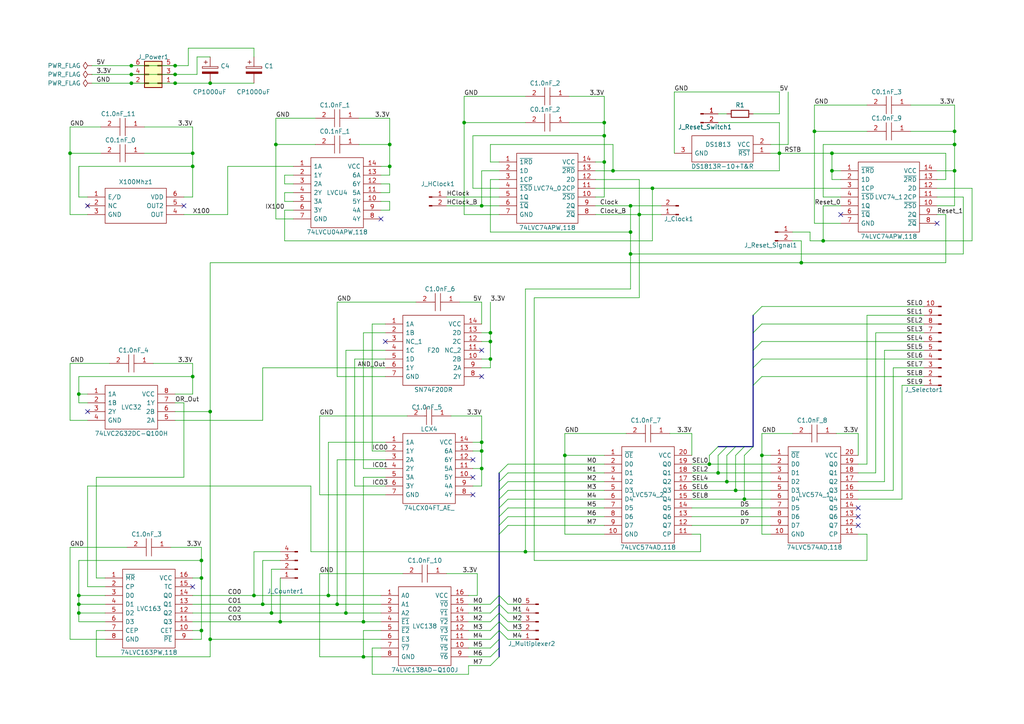
<source format=kicad_sch>
(kicad_sch (version 20211123) (generator eeschema)
  (paper "A4")
  (junction (at 58.42 167.64))
  (junction (at 58.42 162.56))
  (junction (at 95.25 172.72))
  (junction (at 276.86 38.1))
  (junction (at 60.96 185.42))
  (junction (at 208.28 137.16))
  (junction (at 139.7 135.89))
  (junction (at 139.7 59.69))
  (junction (at 163.83 132.08))
  (junction (at 38.1 21.59))
  (junction (at 177.8 49.53))
  (junction (at 152.4 160.02))
  (junction (at 142.24 104.14))
  (junction (at 76.2 175.26))
  (junction (at 276.86 49.53))
  (junction (at 113.03 48.26))
  (junction (at 276.86 41.91))
  (junction (at 73.66 172.72))
  (junction (at 139.7 128.27))
  (junction (at 142.24 99.06))
  (junction (at 38.1 24.13))
  (junction (at 226.06 44.45))
  (junction (at 60.96 24.13))
  (junction (at 210.82 139.7))
  (junction (at 185.42 62.23))
  (junction (at 215.9 144.78))
  (junction (at 175.26 39.37))
  (junction (at 175.26 35.56))
  (junction (at 55.88 109.22))
  (junction (at 238.76 69.85))
  (junction (at 100.33 177.8))
  (junction (at 241.3 44.45))
  (junction (at 220.98 132.08))
  (junction (at 205.74 134.62))
  (junction (at 182.88 67.31))
  (junction (at 113.03 41.91))
  (junction (at 20.32 44.45))
  (junction (at 50.8 19.05))
  (junction (at 236.22 38.1))
  (junction (at 80.01 41.91))
  (junction (at 175.26 46.99))
  (junction (at 232.41 76.2))
  (junction (at 182.88 73.66))
  (junction (at 134.62 35.56))
  (junction (at 60.96 119.38))
  (junction (at 81.28 180.34))
  (junction (at 241.3 49.53))
  (junction (at 22.86 175.26))
  (junction (at 58.42 182.88))
  (junction (at 55.88 48.26))
  (junction (at 189.23 54.61))
  (junction (at 213.36 142.24))
  (junction (at 142.24 96.52))
  (junction (at 97.79 175.26))
  (junction (at 78.74 177.8))
  (junction (at 50.8 21.59))
  (junction (at 139.7 130.81))
  (junction (at 50.8 24.13))
  (junction (at 22.86 177.8))
  (junction (at 22.86 172.72))
  (junction (at 38.1 19.05))
  (junction (at 55.88 44.45))
  (junction (at 22.86 114.3))
  (junction (at 182.88 59.69))
  (junction (at 105.41 190.5))
  (junction (at 105.41 180.34))
  (no_connect (at 137.16 143.51))
  (no_connect (at 137.16 138.43))
  (no_connect (at 139.7 109.22))
  (no_connect (at 139.7 101.6))
  (no_connect (at 55.88 170.18))
  (no_connect (at 110.49 63.5))
  (no_connect (at 25.4 59.69))
  (no_connect (at 25.4 119.38))
  (no_connect (at 248.92 147.32))
  (no_connect (at 243.84 62.23))
  (no_connect (at 271.78 64.77))
  (no_connect (at 248.92 152.4))
  (no_connect (at 137.16 133.35))
  (no_connect (at 111.76 99.06))
  (no_connect (at 248.92 149.86))
  (no_connect (at 53.34 59.69))
  (bus_entry (at 142.24 185.42) (size 2.54 -2.54))
  (bus_entry (at 147.32 149.86) (size -2.54 2.54))
  (bus_entry (at 142.24 190.5) (size 2.54 -2.54))
  (bus_entry (at 144.78 182.88) (size 2.54 2.54))
  (bus_entry (at 205.74 132.08) (size 2.54 -2.54))
  (bus_entry (at 142.24 180.34) (size 2.54 -2.54))
  (bus_entry (at 147.32 144.78) (size -2.54 2.54))
  (bus_entry (at 147.32 137.16) (size -2.54 2.54))
  (bus_entry (at 142.24 175.26) (size 2.54 -2.54))
  (bus_entry (at 213.36 132.08) (size 2.54 -2.54))
  (bus_entry (at 215.9 132.08) (size 2.54 -2.54))
  (bus_entry (at 144.78 177.8) (size 2.54 2.54))
  (bus_entry (at 147.32 152.4) (size -2.54 2.54))
  (bus_entry (at 218.44 111.76) (size 2.54 -2.54))
  (bus_entry (at 144.78 180.34) (size 2.54 2.54))
  (bus_entry (at 142.24 193.04) (size 2.54 -2.54))
  (bus_entry (at 218.44 106.68) (size 2.54 -2.54))
  (bus_entry (at 142.24 187.96) (size 2.54 -2.54))
  (bus_entry (at 147.32 142.24) (size -2.54 2.54))
  (bus_entry (at 218.44 101.6) (size 2.54 -2.54))
  (bus_entry (at 218.44 96.52) (size 2.54 -2.54))
  (bus_entry (at 142.24 182.88) (size 2.54 -2.54))
  (bus_entry (at 144.78 175.26) (size 2.54 2.54))
  (bus_entry (at 147.32 139.7) (size -2.54 2.54))
  (bus_entry (at 147.32 134.62) (size -2.54 2.54))
  (bus_entry (at 218.44 91.44) (size 2.54 -2.54))
  (bus_entry (at 142.24 177.8) (size 2.54 -2.54))
  (bus_entry (at 210.82 132.08) (size 2.54 -2.54))
  (bus_entry (at 144.78 172.72) (size 2.54 2.54))
  (bus_entry (at 208.28 132.08) (size 2.54 -2.54))
  (bus_entry (at 147.32 147.32) (size -2.54 2.54))
  (wire (pts (xy 243.84 52.07) (xy 241.3 52.07)))
  (wire (pts (xy 243.84 59.69) (xy 238.76 59.69)))
  (wire (pts (xy 243.84 49.53) (xy 241.3 49.53)))
  (wire (pts (xy 27.94 138.43) (xy 27.94 167.64)))
  (wire (pts (xy 238.76 41.91) (xy 276.86 41.91)))
  (wire (pts (xy 107.95 93.98) (xy 107.95 130.81)))
  (bus (pts (xy 215.9 129.54) (xy 218.44 129.54)))
  (wire (pts (xy 182.88 59.69) (xy 191.77 59.69)))
  (wire (pts (xy 205.74 132.08) (xy 205.74 134.62)))
  (wire (pts (xy 232.41 69.85) (xy 232.41 76.2)))
  (wire (pts (xy 60.96 119.38) (xy 60.96 185.42)))
  (wire (pts (xy 259.08 106.68) (xy 259.08 142.24)))
  (wire (pts (xy 142.24 185.42) (xy 135.89 185.42)))
  (wire (pts (xy 73.66 172.72) (xy 95.25 172.72)))
  (wire (pts (xy 55.88 109.22) (xy 55.88 114.3)))
  (wire (pts (xy 175.26 27.94) (xy 165.1 27.94)))
  (wire (pts (xy 53.34 62.23) (xy 66.04 62.23)))
  (wire (pts (xy 111.76 93.98) (xy 107.95 93.98)))
  (wire (pts (xy 20.32 121.92) (xy 25.4 121.92)))
  (wire (pts (xy 22.86 48.26) (xy 22.86 57.15)))
  (wire (pts (xy 223.52 149.86) (xy 200.66 149.86)))
  (wire (pts (xy 38.1 19.05) (xy 50.8 19.05)))
  (bus (pts (xy 218.44 91.44) (xy 218.44 96.52)))
  (wire (pts (xy 78.74 177.8) (xy 100.33 177.8)))
  (wire (pts (xy 58.42 167.64) (xy 55.88 167.64)))
  (wire (pts (xy 113.03 48.26) (xy 113.03 50.8)))
  (wire (pts (xy 91.44 34.29) (xy 80.01 34.29)))
  (wire (pts (xy 50.8 116.84) (xy 53.34 116.84)))
  (bus (pts (xy 144.78 185.42) (xy 144.78 187.96)))
  (wire (pts (xy 200.66 147.32) (xy 223.52 147.32)))
  (wire (pts (xy 111.76 143.51) (xy 92.71 143.51)))
  (wire (pts (xy 50.8 24.13) (xy 60.96 24.13)))
  (wire (pts (xy 80.01 34.29) (xy 80.01 41.91)))
  (wire (pts (xy 208.28 137.16) (xy 223.52 137.16)))
  (wire (pts (xy 172.72 52.07) (xy 185.42 52.07)))
  (bus (pts (xy 144.78 137.16) (xy 144.78 139.7)))
  (wire (pts (xy 82.55 50.8) (xy 82.55 53.34)))
  (wire (pts (xy 76.2 175.26) (xy 97.79 175.26)))
  (wire (pts (xy 25.4 57.15) (xy 22.86 57.15)))
  (wire (pts (xy 218.44 33.02) (xy 226.06 33.02)))
  (wire (pts (xy 135.89 187.96) (xy 142.24 187.96)))
  (wire (pts (xy 154.94 162.56) (xy 154.94 86.36)))
  (wire (pts (xy 228.6 41.91) (xy 228.6 26.67)))
  (wire (pts (xy 60.96 119.38) (xy 60.96 76.2)))
  (wire (pts (xy 142.24 180.34) (xy 135.89 180.34)))
  (wire (pts (xy 91.44 41.91) (xy 80.01 41.91)))
  (wire (pts (xy 22.86 162.56) (xy 22.86 172.72)))
  (wire (pts (xy 95.25 172.72) (xy 110.49 172.72)))
  (wire (pts (xy 220.98 132.08) (xy 220.98 125.73)))
  (wire (pts (xy 152.4 160.02) (xy 203.2 160.02)))
  (wire (pts (xy 147.32 180.34) (xy 151.13 180.34)))
  (wire (pts (xy 256.54 101.6) (xy 256.54 139.7)))
  (wire (pts (xy 182.88 67.31) (xy 142.24 67.31)))
  (bus (pts (xy 144.78 177.8) (xy 144.78 180.34)))
  (bus (pts (xy 218.44 106.68) (xy 218.44 111.76)))
  (wire (pts (xy 241.3 52.07) (xy 241.3 49.53)))
  (wire (pts (xy 105.41 138.43) (xy 105.41 180.34)))
  (wire (pts (xy 54.61 13.97) (xy 73.66 13.97)))
  (wire (pts (xy 175.26 132.08) (xy 163.83 132.08)))
  (wire (pts (xy 113.03 48.26) (xy 113.03 41.91)))
  (wire (pts (xy 274.32 76.2) (xy 232.41 76.2)))
  (wire (pts (xy 210.82 132.08) (xy 210.82 139.7)))
  (wire (pts (xy 220.98 93.98) (xy 267.97 93.98)))
  (wire (pts (xy 139.7 59.69) (xy 139.7 49.53)))
  (wire (pts (xy 22.86 109.22) (xy 55.88 109.22)))
  (wire (pts (xy 185.42 62.23) (xy 191.77 62.23)))
  (wire (pts (xy 200.66 139.7) (xy 210.82 139.7)))
  (wire (pts (xy 81.28 162.56) (xy 76.2 162.56)))
  (wire (pts (xy 251.46 91.44) (xy 267.97 91.44)))
  (wire (pts (xy 226.06 44.45) (xy 241.3 44.45)))
  (wire (pts (xy 152.4 35.56) (xy 134.62 35.56)))
  (wire (pts (xy 80.01 63.5) (xy 85.09 63.5)))
  (wire (pts (xy 200.66 144.78) (xy 215.9 144.78)))
  (wire (pts (xy 60.96 185.42) (xy 110.49 185.42)))
  (wire (pts (xy 58.42 167.64) (xy 58.42 182.88)))
  (wire (pts (xy 78.74 165.1) (xy 78.74 177.8)))
  (wire (pts (xy 134.62 35.56) (xy 134.62 62.23)))
  (bus (pts (xy 218.44 96.52) (xy 218.44 101.6)))
  (bus (pts (xy 144.78 152.4) (xy 144.78 154.94)))
  (wire (pts (xy 129.54 57.15) (xy 144.78 57.15)))
  (wire (pts (xy 139.7 96.52) (xy 142.24 96.52)))
  (wire (pts (xy 76.2 121.92) (xy 50.8 121.92)))
  (wire (pts (xy 55.88 180.34) (xy 81.28 180.34)))
  (wire (pts (xy 147.32 144.78) (xy 175.26 144.78)))
  (wire (pts (xy 210.82 33.02) (xy 208.28 33.02)))
  (wire (pts (xy 102.87 140.97) (xy 102.87 104.14)))
  (wire (pts (xy 110.49 58.42) (xy 113.03 58.42)))
  (wire (pts (xy 20.32 44.45) (xy 20.32 62.23)))
  (wire (pts (xy 111.76 135.89) (xy 105.41 135.89)))
  (wire (pts (xy 82.55 60.96) (xy 82.55 69.85)))
  (wire (pts (xy 281.94 69.85) (xy 281.94 54.61)))
  (wire (pts (xy 147.32 177.8) (xy 151.13 177.8)))
  (wire (pts (xy 76.2 106.68) (xy 76.2 121.92)))
  (wire (pts (xy 135.89 175.26) (xy 142.24 175.26)))
  (wire (pts (xy 142.24 46.99) (xy 144.78 46.99)))
  (wire (pts (xy 90.17 140.97) (xy 25.4 140.97)))
  (wire (pts (xy 55.88 57.15) (xy 53.34 57.15)))
  (wire (pts (xy 195.58 44.45) (xy 195.58 26.67)))
  (wire (pts (xy 144.78 54.61) (xy 137.16 54.61)))
  (bus (pts (xy 144.78 172.72) (xy 144.78 175.26)))
  (wire (pts (xy 58.42 162.56) (xy 58.42 167.64)))
  (wire (pts (xy 154.94 162.56) (xy 251.46 162.56)))
  (wire (pts (xy 142.24 106.68) (xy 139.7 106.68)))
  (wire (pts (xy 26.67 21.59) (xy 38.1 21.59)))
  (wire (pts (xy 55.88 175.26) (xy 76.2 175.26)))
  (wire (pts (xy 25.4 170.18) (xy 30.48 170.18)))
  (wire (pts (xy 55.88 36.83) (xy 41.91 36.83)))
  (wire (pts (xy 92.71 166.37) (xy 92.71 190.5)))
  (wire (pts (xy 137.16 135.89) (xy 139.7 135.89)))
  (wire (pts (xy 274.32 62.23) (xy 274.32 76.2)))
  (wire (pts (xy 238.76 57.15) (xy 238.76 41.91)))
  (wire (pts (xy 113.03 34.29) (xy 104.14 34.29)))
  (wire (pts (xy 271.78 59.69) (xy 276.86 59.69)))
  (wire (pts (xy 175.26 39.37) (xy 175.26 46.99)))
  (wire (pts (xy 147.32 175.26) (xy 151.13 175.26)))
  (wire (pts (xy 58.42 182.88) (xy 55.88 182.88)))
  (wire (pts (xy 177.8 49.53) (xy 226.06 49.53)))
  (wire (pts (xy 234.95 69.85) (xy 234.95 67.31)))
  (wire (pts (xy 111.76 133.35) (xy 97.79 133.35)))
  (bus (pts (xy 144.78 144.78) (xy 144.78 147.32)))
  (wire (pts (xy 271.78 49.53) (xy 276.86 49.53)))
  (wire (pts (xy 147.32 185.42) (xy 151.13 185.42)))
  (wire (pts (xy 215.9 144.78) (xy 223.52 144.78)))
  (wire (pts (xy 147.32 142.24) (xy 175.26 142.24)))
  (wire (pts (xy 274.32 52.07) (xy 271.78 52.07)))
  (wire (pts (xy 243.84 64.77) (xy 236.22 64.77)))
  (wire (pts (xy 147.32 147.32) (xy 175.26 147.32)))
  (wire (pts (xy 129.54 166.37) (xy 138.43 166.37)))
  (wire (pts (xy 259.08 106.68) (xy 267.97 106.68)))
  (wire (pts (xy 229.87 67.31) (xy 234.95 67.31)))
  (wire (pts (xy 254 96.52) (xy 267.97 96.52)))
  (wire (pts (xy 113.03 55.88) (xy 110.49 55.88)))
  (wire (pts (xy 226.06 49.53) (xy 226.06 44.45)))
  (wire (pts (xy 139.7 99.06) (xy 142.24 99.06)))
  (wire (pts (xy 135.89 195.58) (xy 135.89 193.04)))
  (wire (pts (xy 81.28 160.02) (xy 73.66 160.02)))
  (wire (pts (xy 152.4 160.02) (xy 90.17 160.02)))
  (wire (pts (xy 57.15 21.59) (xy 50.8 21.59)))
  (wire (pts (xy 90.17 160.02) (xy 90.17 140.97)))
  (wire (pts (xy 276.86 49.53) (xy 276.86 41.91)))
  (wire (pts (xy 137.16 54.61) (xy 137.16 39.37)))
  (wire (pts (xy 182.88 59.69) (xy 182.88 67.31)))
  (wire (pts (xy 248.92 134.62) (xy 251.46 134.62)))
  (wire (pts (xy 111.76 106.68) (xy 76.2 106.68)))
  (wire (pts (xy 81.28 167.64) (xy 81.28 180.34)))
  (wire (pts (xy 210.82 139.7) (xy 223.52 139.7)))
  (wire (pts (xy 261.62 111.76) (xy 267.97 111.76)))
  (wire (pts (xy 53.34 138.43) (xy 27.94 138.43)))
  (wire (pts (xy 139.7 140.97) (xy 137.16 140.97)))
  (wire (pts (xy 137.16 130.81) (xy 139.7 130.81)))
  (wire (pts (xy 55.88 177.8) (xy 78.74 177.8)))
  (bus (pts (xy 218.44 101.6) (xy 218.44 106.68)))
  (wire (pts (xy 110.49 53.34) (xy 113.03 53.34)))
  (wire (pts (xy 248.92 139.7) (xy 256.54 139.7)))
  (wire (pts (xy 20.32 36.83) (xy 20.32 44.45)))
  (wire (pts (xy 105.41 190.5) (xy 92.71 190.5)))
  (wire (pts (xy 55.88 44.45) (xy 41.91 44.45)))
  (wire (pts (xy 36.83 158.75) (xy 20.32 158.75)))
  (bus (pts (xy 144.78 142.24) (xy 144.78 144.78)))
  (wire (pts (xy 60.96 24.13) (xy 73.66 24.13)))
  (wire (pts (xy 26.67 19.05) (xy 38.1 19.05)))
  (wire (pts (xy 248.92 125.73) (xy 248.92 132.08)))
  (wire (pts (xy 175.26 35.56) (xy 175.26 39.37)))
  (wire (pts (xy 238.76 69.85) (xy 281.94 69.85)))
  (wire (pts (xy 232.41 76.2) (xy 60.96 76.2)))
  (wire (pts (xy 57.15 16.51) (xy 57.15 21.59)))
  (wire (pts (xy 97.79 175.26) (xy 110.49 175.26)))
  (wire (pts (xy 66.04 48.26) (xy 66.04 62.23)))
  (wire (pts (xy 53.34 116.84) (xy 53.34 138.43)))
  (wire (pts (xy 238.76 69.85) (xy 234.95 69.85)))
  (wire (pts (xy 27.94 190.5) (xy 60.96 190.5)))
  (wire (pts (xy 172.72 59.69) (xy 182.88 59.69)))
  (wire (pts (xy 134.62 35.56) (xy 134.62 27.94)))
  (wire (pts (xy 200.66 154.94) (xy 203.2 154.94)))
  (wire (pts (xy 110.49 187.96) (xy 107.95 187.96)))
  (wire (pts (xy 25.4 140.97) (xy 25.4 170.18)))
  (wire (pts (xy 58.42 158.75) (xy 58.42 162.56)))
  (wire (pts (xy 55.88 44.45) (xy 55.88 48.26)))
  (wire (pts (xy 256.54 101.6) (xy 267.97 101.6)))
  (wire (pts (xy 220.98 88.9) (xy 267.97 88.9)))
  (wire (pts (xy 142.24 67.31) (xy 142.24 52.07)))
  (wire (pts (xy 113.03 48.26) (xy 110.49 48.26)))
  (bus (pts (xy 144.78 147.32) (xy 144.78 149.86)))
  (wire (pts (xy 55.88 105.41) (xy 55.88 109.22)))
  (wire (pts (xy 82.55 53.34) (xy 85.09 53.34)))
  (wire (pts (xy 54.61 19.05) (xy 54.61 13.97)))
  (wire (pts (xy 82.55 55.88) (xy 82.55 58.42)))
  (wire (pts (xy 97.79 109.22) (xy 111.76 109.22)))
  (wire (pts (xy 220.98 99.06) (xy 267.97 99.06)))
  (wire (pts (xy 175.26 139.7) (xy 147.32 139.7)))
  (wire (pts (xy 152.4 27.94) (xy 134.62 27.94)))
  (wire (pts (xy 185.42 86.36) (xy 185.42 62.23)))
  (wire (pts (xy 182.88 83.82) (xy 152.4 83.82)))
  (wire (pts (xy 105.41 135.89) (xy 105.41 96.52)))
  (wire (pts (xy 220.98 104.14) (xy 267.97 104.14)))
  (wire (pts (xy 200.66 137.16) (xy 208.28 137.16)))
  (wire (pts (xy 85.09 60.96) (xy 82.55 60.96)))
  (bus (pts (xy 144.78 187.96) (xy 144.78 190.5)))
  (wire (pts (xy 105.41 182.88) (xy 110.49 182.88)))
  (wire (pts (xy 100.33 177.8) (xy 100.33 101.6)))
  (bus (pts (xy 208.28 129.54) (xy 210.82 129.54)))
  (wire (pts (xy 29.21 44.45) (xy 20.32 44.45)))
  (wire (pts (xy 139.7 59.69) (xy 129.54 59.69)))
  (wire (pts (xy 248.92 142.24) (xy 259.08 142.24)))
  (wire (pts (xy 139.7 49.53) (xy 144.78 49.53)))
  (wire (pts (xy 175.26 137.16) (xy 147.32 137.16)))
  (wire (pts (xy 226.06 35.56) (xy 208.28 35.56)))
  (wire (pts (xy 135.89 190.5) (xy 142.24 190.5)))
  (wire (pts (xy 274.32 44.45) (xy 274.32 52.07)))
  (wire (pts (xy 144.78 59.69) (xy 139.7 59.69)))
  (wire (pts (xy 22.86 48.26) (xy 55.88 48.26)))
  (wire (pts (xy 147.32 149.86) (xy 175.26 149.86)))
  (wire (pts (xy 137.16 128.27) (xy 139.7 128.27)))
  (wire (pts (xy 213.36 132.08) (xy 213.36 142.24)))
  (wire (pts (xy 172.72 49.53) (xy 177.8 49.53)))
  (wire (pts (xy 147.32 134.62) (xy 175.26 134.62)))
  (wire (pts (xy 248.92 144.78) (xy 261.62 144.78)))
  (wire (pts (xy 175.26 35.56) (xy 165.1 35.56)))
  (bus (pts (xy 144.78 139.7) (xy 144.78 142.24)))
  (wire (pts (xy 163.83 125.73) (xy 181.61 125.73)))
  (wire (pts (xy 139.7 135.89) (xy 139.7 140.97)))
  (wire (pts (xy 182.88 73.66) (xy 279.4 73.66)))
  (wire (pts (xy 139.7 93.98) (xy 139.7 87.63)))
  (wire (pts (xy 85.09 48.26) (xy 66.04 48.26)))
  (wire (pts (xy 200.66 125.73) (xy 200.66 132.08)))
  (wire (pts (xy 208.28 132.08) (xy 208.28 137.16)))
  (wire (pts (xy 195.58 26.67) (xy 226.06 26.67)))
  (wire (pts (xy 223.52 44.45) (xy 226.06 44.45)))
  (wire (pts (xy 223.52 41.91) (xy 228.6 41.91)))
  (wire (pts (xy 60.96 190.5) (xy 60.96 185.42)))
  (wire (pts (xy 107.95 187.96) (xy 107.95 195.58)))
  (wire (pts (xy 142.24 99.06) (xy 142.24 104.14)))
  (wire (pts (xy 182.88 73.66) (xy 182.88 83.82)))
  (wire (pts (xy 243.84 57.15) (xy 238.76 57.15)))
  (wire (pts (xy 113.03 60.96) (xy 110.49 60.96)))
  (bus (pts (xy 144.78 154.94) (xy 144.78 172.72)))
  (wire (pts (xy 139.7 130.81) (xy 139.7 128.27)))
  (wire (pts (xy 189.23 69.85) (xy 189.23 54.61)))
  (wire (pts (xy 137.16 39.37) (xy 175.26 39.37)))
  (wire (pts (xy 118.11 120.65) (xy 92.71 120.65)))
  (wire (pts (xy 200.66 142.24) (xy 213.36 142.24)))
  (wire (pts (xy 22.86 172.72) (xy 30.48 172.72)))
  (wire (pts (xy 104.14 41.91) (xy 113.03 41.91)))
  (wire (pts (xy 261.62 144.78) (xy 261.62 111.76)))
  (wire (pts (xy 177.8 41.91) (xy 177.8 49.53)))
  (wire (pts (xy 111.76 138.43) (xy 105.41 138.43)))
  (wire (pts (xy 58.42 185.42) (xy 55.88 185.42)))
  (wire (pts (xy 163.83 154.94) (xy 175.26 154.94)))
  (wire (pts (xy 97.79 87.63) (xy 120.65 87.63)))
  (wire (pts (xy 73.66 13.97) (xy 73.66 16.51)))
  (wire (pts (xy 203.2 154.94) (xy 203.2 160.02)))
  (wire (pts (xy 223.52 132.08) (xy 220.98 132.08)))
  (wire (pts (xy 229.87 125.73) (xy 220.98 125.73)))
  (wire (pts (xy 100.33 177.8) (xy 110.49 177.8)))
  (wire (pts (xy 175.26 35.56) (xy 175.26 27.94)))
  (wire (pts (xy 200.66 152.4) (xy 223.52 152.4)))
  (wire (pts (xy 154.94 86.36) (xy 185.42 86.36)))
  (wire (pts (xy 238.76 59.69) (xy 238.76 69.85)))
  (wire (pts (xy 175.26 57.15) (xy 172.72 57.15)))
  (wire (pts (xy 30.48 177.8) (xy 22.86 177.8)))
  (wire (pts (xy 241.3 44.45) (xy 274.32 44.45)))
  (wire (pts (xy 147.32 182.88) (xy 151.13 182.88)))
  (wire (pts (xy 22.86 180.34) (xy 30.48 180.34)))
  (wire (pts (xy 175.26 46.99) (xy 175.26 57.15)))
  (wire (pts (xy 205.74 134.62) (xy 223.52 134.62)))
  (wire (pts (xy 276.86 59.69) (xy 276.86 49.53)))
  (wire (pts (xy 30.48 175.26) (xy 22.86 175.26)))
  (wire (pts (xy 264.16 30.48) (xy 276.86 30.48)))
  (wire (pts (xy 38.1 24.13) (xy 50.8 24.13)))
  (wire (pts (xy 213.36 142.24) (xy 223.52 142.24)))
  (wire (pts (xy 82.55 69.85) (xy 189.23 69.85)))
  (wire (pts (xy 97.79 133.35) (xy 97.79 175.26)))
  (wire (pts (xy 254 137.16) (xy 254 96.52)))
  (wire (pts (xy 135.89 172.72) (xy 138.43 172.72)))
  (wire (pts (xy 248.92 154.94) (xy 251.46 154.94)))
  (wire (pts (xy 248.92 137.16) (xy 254 137.16)))
  (wire (pts (xy 22.86 172.72) (xy 22.86 175.26)))
  (bus (pts (xy 213.36 129.54) (xy 215.9 129.54)))
  (wire (pts (xy 102.87 104.14) (xy 111.76 104.14)))
  (wire (pts (xy 271.78 57.15) (xy 279.4 57.15)))
  (wire (pts (xy 163.83 132.08) (xy 163.83 125.73)))
  (wire (pts (xy 251.46 30.48) (xy 236.22 30.48)))
  (wire (pts (xy 142.24 46.99) (xy 142.24 41.91)))
  (wire (pts (xy 58.42 162.56) (xy 22.86 162.56)))
  (wire (pts (xy 113.03 58.42) (xy 113.03 60.96)))
  (wire (pts (xy 80.01 63.5) (xy 80.01 41.91)))
  (wire (pts (xy 281.94 54.61) (xy 271.78 54.61)))
  (wire (pts (xy 81.28 180.34) (xy 105.41 180.34)))
  (wire (pts (xy 60.96 16.51) (xy 57.15 16.51)))
  (wire (pts (xy 139.7 130.81) (xy 139.7 135.89)))
  (wire (pts (xy 142.24 177.8) (xy 135.89 177.8)))
  (wire (pts (xy 142.24 193.04) (xy 135.89 193.04)))
  (wire (pts (xy 142.24 104.14) (xy 139.7 104.14)))
  (wire (pts (xy 73.66 160.02) (xy 73.66 172.72)))
  (wire (pts (xy 50.8 119.38) (xy 60.96 119.38)))
  (wire (pts (xy 185.42 52.07) (xy 185.42 62.23)))
  (wire (pts (xy 226.06 26.67) (xy 226.06 33.02)))
  (wire (pts (xy 113.03 53.34) (xy 113.03 55.88)))
  (wire (pts (xy 264.16 38.1) (xy 276.86 38.1)))
  (wire (pts (xy 50.8 21.59) (xy 38.1 21.59)))
  (wire (pts (xy 113.03 50.8) (xy 110.49 50.8)))
  (wire (pts (xy 29.21 36.83) (xy 20.32 36.83)))
  (wire (pts (xy 251.46 134.62) (xy 251.46 91.44)))
  (wire (pts (xy 147.32 152.4) (xy 175.26 152.4)))
  (wire (pts (xy 279.4 73.66) (xy 279.4 57.15)))
  (wire (pts (xy 25.4 116.84) (xy 22.86 116.84)))
  (wire (pts (xy 152.4 83.82) (xy 152.4 160.02)))
  (wire (pts (xy 142.24 182.88) (xy 135.89 182.88)))
  (wire (pts (xy 97.79 109.22) (xy 97.79 87.63)))
  (wire (pts (xy 200.66 134.62) (xy 205.74 134.62)))
  (wire (pts (xy 20.32 185.42) (xy 20.32 158.75)))
  (wire (pts (xy 55.88 36.83) (xy 55.88 44.45)))
  (wire (pts (xy 276.86 41.91) (xy 276.86 38.1)))
  (wire (pts (xy 130.81 120.65) (xy 139.7 120.65)))
  (wire (pts (xy 116.84 166.37) (xy 92.71 166.37)))
  (wire (pts (xy 55.88 48.26) (xy 55.88 57.15)))
  (wire (pts (xy 30.48 185.42) (xy 20.32 185.42)))
  (wire (pts (xy 105.41 180.34) (xy 110.49 180.34)))
  (wire (pts (xy 95.25 128.27) (xy 95.25 172.72)))
  (wire (pts (xy 163.83 132.08) (xy 163.83 154.94)))
  (wire (pts (xy 242.57 125.73) (xy 248.92 125.73)))
  (wire (pts (xy 27.94 167.64) (xy 30.48 167.64)))
  (bus (pts (xy 144.78 182.88) (xy 144.78 185.42)))
  (wire (pts (xy 110.49 190.5) (xy 105.41 190.5)))
  (wire (pts (xy 58.42 182.88) (xy 58.42 185.42)))
  (wire (pts (xy 194.31 125.73) (xy 200.66 125.73)))
  (wire (pts (xy 142.24 52.07) (xy 144.78 52.07)))
  (wire (pts (xy 22.86 114.3) (xy 22.86 109.22)))
  (bus (pts (xy 144.78 180.34) (xy 144.78 182.88)))
  (wire (pts (xy 172.72 46.99) (xy 175.26 46.99)))
  (wire (pts (xy 107.95 130.81) (xy 111.76 130.81)))
  (wire (pts (xy 220.98 154.94) (xy 220.98 132.08)))
  (wire (pts (xy 107.95 195.58) (xy 135.89 195.58)))
  (wire (pts (xy 26.67 24.13) (xy 38.1 24.13)))
  (wire (pts (xy 276.86 38.1) (xy 276.86 30.48)))
  (wire (pts (xy 251.46 154.94) (xy 251.46 162.56)))
  (wire (pts (xy 25.4 114.3) (xy 22.86 114.3)))
  (wire (pts (xy 22.86 175.26) (xy 22.86 177.8)))
  (wire (pts (xy 134.62 62.23) (xy 144.78 62.23)))
  (wire (pts (xy 82.55 58.42) (xy 85.09 58.42)))
  (wire (pts (xy 30.48 182.88) (xy 27.94 182.88)))
  (wire (pts (xy 100.33 101.6) (xy 111.76 101.6)))
  (wire (pts (xy 105.41 96.52) (xy 111.76 96.52)))
  (wire (pts (xy 138.43 166.37) (xy 138.43 172.72)))
  (wire (pts (xy 85.09 50.8) (xy 82.55 50.8)))
  (wire (pts (xy 27.94 182.88) (xy 27.94 190.5)))
  (wire (pts (xy 142.24 99.06) (xy 142.24 96.52)))
  (wire (pts (xy 20.32 105.41) (xy 20.32 121.92)))
  (wire (pts (xy 85.09 55.88) (xy 82.55 55.88)))
  (wire (pts (xy 139.7 128.27) (xy 139.7 120.65)))
  (wire (pts (xy 241.3 49.53) (xy 241.3 44.45)))
  (wire (pts (xy 111.76 128.27) (xy 95.25 128.27)))
  (wire (pts (xy 172.72 54.61) (xy 189.23 54.61)))
  (wire (pts (xy 22.86 177.8) (xy 22.86 180.34)))
  (bus (pts (xy 144.78 175.26) (xy 144.78 177.8)))
  (wire (pts (xy 236.22 64.77) (xy 236.22 38.1)))
  (wire (pts (xy 22.86 116.84) (xy 22.86 114.3)))
  (wire (pts (xy 44.45 105.41) (xy 55.88 105.41)))
  (wire (pts (xy 142.24 41.91) (xy 177.8 41.91)))
  (wire (pts (xy 220.98 109.22) (xy 267.97 109.22)))
  (wire (pts (xy 50.8 19.05) (xy 54.61 19.05)))
  (wire (pts (xy 226.06 44.45) (xy 226.06 35.56)))
  (bus (pts (xy 144.78 149.86) (xy 144.78 152.4)))
  (wire (pts (xy 223.52 154.94) (xy 220.98 154.94)))
  (bus (pts (xy 210.82 129.54) (xy 213.36 129.54)))
  (wire (pts (xy 50.8 114.3) (xy 55.88 114.3)))
  (wire (pts (xy 229.87 69.85) (xy 232.41 69.85)))
  (wire (pts (xy 25.4 62.23) (xy 20.32 62.23)))
  (wire (pts (xy 20.32 105.41) (xy 31.75 105.41)))
  (wire (pts (xy 92.71 143.51) (xy 92.71 120.65)))
  (wire (pts (xy 139.7 87.63) (xy 133.35 87.63)))
  (wire (pts (xy 58.42 158.75) (xy 49.53 158.75)))
  (wire (pts (xy 236.22 30.48) (xy 236.22 38.1)))
  (wire (pts (xy 142.24 104.14) (xy 142.24 106.68)))
  (wire (pts (xy 81.28 165.1) (xy 78.74 165.1)))
  (wire (pts (xy 189.23 54.61) (xy 243.84 54.61)))
  (wire (pts (xy 111.76 140.97) (xy 102.87 140.97)))
  (bus (pts (xy 218.44 111.76) (xy 218.44 129.54)))
  (wire (pts (xy 182.88 67.31) (xy 182.88 73.66)))
  (wire (pts (xy 105.41 190.5) (xy 105.41 182.88)))
  (wire (pts (xy 55.88 172.72) (xy 73.66 172.72)))
  (wire (pts (xy 271.78 62.23) (xy 274.32 62.23)))
  (wire (pts (xy 142.24 96.52) (xy 142.24 87.63)))
  (wire (pts (xy 215.9 132.08) (xy 215.9 144.78)))
  (wire (pts (xy 251.46 38.1) (xy 236.22 38.1)))
  (wire (pts (xy 113.03 34.29) (xy 113.03 41.91)))
  (wire (pts (xy 172.72 62.23) (xy 185.42 62.23)))
  (wire (pts (xy 76.2 162.56) (xy 76.2 175.26)))
  (label "M1" (at 148.59 177.8 0))
  (label "GND" (at 134.62 27.94 0))
  (label "GND" (at 20.32 158.75 0))
  (label "ICO1" (at 107.95 135.89 0))
  (label "ICO0" (at 107.95 130.81 0))
  (label "GND" (at 195.58 26.67 0))
  (label "D6" (at 214.63 149.86 0))
  (label "M6" (at 137.16 190.5 0))
  (label "SEL5" (at 262.89 101.6 0))
  (label "M3" (at 148.59 182.88 0))
  (label "SEL9" (at 262.89 111.76 0))
  (label "D5" (at 214.63 147.32 0))
  (label "5V" (at 27.94 19.05 0))
  (label "3.3V" (at 175.26 27.94 180))
  (label "GND" (at 80.01 34.29 0))
  (label "OR_Out" (at 50.8 116.84 0))
  (label "3.3V" (at 138.43 166.37 180))
  (label "SEL2" (at 262.89 93.98 0))
  (label "HClock" (at 129.54 57.15 0))
  (label "X100" (at 55.88 62.23 0))
  (label "3.3V" (at 276.86 30.48 180))
  (label "AND_Out" (at 111.76 106.68 180))
  (label "M5" (at 170.18 147.32 0))
  (label "IX100" (at 82.55 60.96 180))
  (label "SEL8" (at 262.89 109.22 0))
  (label "GND" (at 163.83 125.73 0))
  (label "D7" (at 214.63 152.4 0))
  (label "M4" (at 170.18 144.78 0))
  (label "M4" (at 137.16 185.42 0))
  (label "SEL8" (at 200.66 144.78 0))
  (label "3.3V" (at 55.88 105.41 180))
  (label "HClock_B" (at 129.54 59.69 0))
  (label "5V" (at 228.6 26.67 180))
  (label "SEL1" (at 262.89 91.44 0))
  (label "SEL3" (at 262.89 96.52 0))
  (label "GND" (at 27.94 24.13 0))
  (label "3.3V" (at 58.42 158.75 180))
  (label "M1" (at 137.16 177.8 0))
  (label "3.3V" (at 55.88 36.83 180))
  (label "SEL6" (at 262.89 104.14 0))
  (label "CO3" (at 66.04 180.34 0))
  (label "3.3V" (at 113.03 34.29 180))
  (label "GND" (at 92.71 120.65 0))
  (label "RSTB" (at 232.41 44.45 180))
  (label "GND" (at 236.22 30.48 0))
  (label "3.3V" (at 248.92 125.73 180))
  (label "GND" (at 92.71 166.37 0))
  (label "Clock" (at 173.99 59.69 0))
  (label "M5" (at 137.16 187.96 0))
  (label "Reset_0" (at 243.84 59.69 180))
  (label "SEL2" (at 200.66 137.16 0))
  (label "M2" (at 137.16 180.34 0))
  (label "CO0" (at 66.04 172.72 0))
  (label "3.3V" (at 139.7 120.65 180))
  (label "SEL4" (at 262.89 99.06 0))
  (label "3.3V" (at 200.66 125.73 180))
  (label "M7" (at 137.16 193.04 0))
  (label "Reset_1" (at 271.78 62.23 0))
  (label "M4" (at 148.59 185.42 0))
  (label "ICO3" (at 107.95 140.97 0))
  (label "M7" (at 170.18 152.4 0))
  (label "M3" (at 137.16 182.88 0))
  (label "Clock_B" (at 173.99 62.23 0))
  (label "M2" (at 148.59 180.34 0))
  (label "3.3V" (at 27.94 21.59 0))
  (label "M2" (at 170.18 139.7 0))
  (label "GND" (at 220.98 125.73 0))
  (label "GND" (at 20.32 36.83 0))
  (label "M0" (at 148.59 175.26 0))
  (label "M0" (at 137.16 175.26 0))
  (label "SEL4" (at 200.66 139.7 0))
  (label "5V" (at 139.7 87.63 180))
  (label "SEL7" (at 262.89 106.68 0))
  (label "M0" (at 170.18 134.62 0))
  (label "GND" (at 20.32 105.41 0))
  (label "M3" (at 170.18 142.24 0))
  (label "GND" (at 97.79 87.63 0))
  (label "SEL6" (at 200.66 142.24 0))
  (label "CO2" (at 66.04 177.8 0))
  (label "CO1" (at 66.04 175.26 0))
  (label "M1" (at 170.18 137.16 0))
  (label "M6" (at 170.18 149.86 0))
  (label "3.3V" (at 142.24 87.63 0))
  (label "SEL0" (at 262.89 88.9 0))
  (label "SEL0" (at 200.66 134.62 0))
  (symbol (lib_id "Connector_Generic:Conn_02x03_Odd_Even") (at 45.72 21.59 180) (unit 1)
    (property "Reference" "J_Power1" (at 44.45 16.51 0))
    (property "Value" "Conn_02x03" (effects hide))
    (property "Footprint" "Connector_PinSocket_2.54mm:PinSocket_2x03_P2.54mm_Vertical" (effects hide))
  )
  (symbol (lib_id "Device:CP") (at 73.66 20.32 0) (unit 1)
    (property "Reference" "C1" (at 76.6572 19.1516 0) (effects (justify left)))
    (property "Value" "CP1000uF" (at 68.58 26.67 0) (effects (justify left)))
    (property "Footprint" "Capacitor_THT:CP_Radial_D7.5mm_P2.50mm" (effects hide))
  )
  (symbol (lib_id "Wurth_Elektronik:885012207027") (at 104.14 41.91 180) (unit 1)
    (property "Reference" "C0.1nF_1" (at 101.6 38.1 0) (effects (justify left)))
    (property "Value" "885012207027" (effects hide))
    (property "Footprint" "CAPC2012X90N" (effects hide))
    (property "Datasheet" "https://katalog.we-online.com/pbs/datasheet/885012207027.pdf" (effects hide))
    (property "Description" "Multilayer Ceramic Chip Capacitor WCAP-CSGP Series 0805 100pF X7R0805101K016DFCT10000" (effects hide))
    (property "Height" "0.9" (effects hide))
    (property "Mouser Part Number" "710-885012207027" (effects hide))
    (property "Mouser Price/Stock" "https://www.mouser.co.uk/ProductDetail/Wurth-Elektronik/885012207027?qs=0KOYDY2FL28IWYVDh0DkrQ%3D%3D" (effects hide))
    (property "Manufacturer_Name" "Wurth Elektronik" (effects hide))
    (property "Manufacturer_Part_Number" "885012207027" (effects hide))
  )
  (symbol (lib_id "Texas_Instruments:SN74F20DR") (at 111.76 93.98 0) (unit 1)
    (property "Reference" "F20" (at 125.73 101.6 0))
    (property "Value" "SN74F20DR" (at 125.73 113.03 0))
    (property "Footprint" "SOIC127P600X175-14N" (effects hide))
    (property "Datasheet" "https://www.ti.com/lit/gpn/sn74f20" (effects hide))
    (property "Description" "Dual 4-input positive-NAND gates" (effects hide))
    (property "Height" "1.75" (effects hide))
    (property "Mouser Part Number" "595-SN74F20DR" (effects hide))
    (property "Mouser Price/Stock" "https://www.mouser.co.uk/ProductDetail/Texas-Instruments/SN74F20DR?qs=mE33ZKBHyE7dV637H3Qthw%3D%3D" (effects hide))
    (property "Manufacturer_Name" "Texas Instruments" (effects hide))
    (property "Manufacturer_Part_Number" "SN74F20DR" (effects hide))
  )
  (symbol (lib_id "Nexperia:74LVC163PW,118") (at 30.48 167.64 0) (unit 1)
    (property "Reference" "LVC163" (at 43.18 176.53 0))
    (property "Value" "74LVC163PW,118" (at 43.18 189.23 0))
    (property "Footprint" "SOP65P640X110-16N" (effects hide))
    (property "Datasheet" "https://assets.nexperia.com/documents/data-sheet/74LVC163.pdf" (effects hide))
    (property "Description" "74LVC163 - Presettable synchronous 4-bit binary counter; synchronous reset@en-us" (effects hide))
    (property "Height" "1.1" (effects hide))
    (property "Mouser Part Number" "771-74LVC163PW-T" (effects hide))
    (property "Mouser Price/Stock" "https://www.mouser.co.uk/ProductDetail/Nexperia/74LVC163PW118?qs=me8TqzrmIYUWRf9xrCNBjw%3D%3D" (effects hide))
    (property "Manufacturer_Name" "Nexperia" (effects hide))
    (property "Manufacturer_Part_Number" "74LVC163PW,118" (effects hide))
  )
  (symbol (lib_id "Nexperia:74LVC574AD,118") (at 223.52 132.08 0) (unit 1)
    (property "Reference" "LVC574_1" (at 236.22 143.51 0))
    (property "Value" "74LVC574AD,118" (at 236.22 158.75 0))
    (property "Footprint" "SOIC127P1032X265-20N" (effects hide))
    (property "Datasheet" "https://assets.nexperia.com/documents/data-sheet/74LVC574A.pdf" (effects hide))
    (property "Description" "74LVC574A - Octal D-type flip-flop with 5 V tolerant inputs/outputs; positive edge-trigger (3-state)@en-us" (effects hide))
    (property "Height" "2.65" (effects hide))
    (property "Mouser Part Number" "771-74LVC574AD-T" (effects hide))
    (property "Mouser Price/Stock" "https://www.mouser.co.uk/ProductDetail/Nexperia/74LVC574AD118?qs=me8TqzrmIYVVWemAtQ0oag%3D%3D" (effects hide))
    (property "Manufacturer_Name" "Nexperia" (effects hide))
    (property "Manufacturer_Part_Number" "74LVC574AD,118" (effects hide))
  )
  (symbol (lib_id "Wurth_Elektronik:885012207033") (at 104.14 34.29 180) (unit 1)
    (property "Reference" "C1.0nF_1" (at 101.6 30.48 0) (effects (justify left)))
    (property "Value" "885012207033" (effects hide))
    (property "Footprint" "CAPC2012X90N" (effects hide))
    (property "Datasheet" "https://katalog.we-online.com/pbs/datasheet/885012207033.pdf" (effects hide))
    (property "Description" "Multilayer Ceramic Chip Capacitor WCAP-CSGP Series 0805 1000pF X7R0805102K016DFCT10000" (effects hide))
    (property "Height" "0.9" (effects hide))
    (property "Mouser Part Number" "710-885012207033" (effects hide))
    (property "Mouser Price/Stock" "https://www.mouser.co.uk/ProductDetail/Wurth-Elektronik/885012207033?qs=0KOYDY2FL28ky2lrUPvQ%2Fw%3D%3D" (effects hide))
    (property "Manufacturer_Name" "Wurth Elektronik" (effects hide))
    (property "Manufacturer_Part_Number" "885012207033" (effects hide))
  )
  (symbol (lib_id "Wurth_Elektronik:885012207033") (at 165.1 27.94 180) (unit 1)
    (property "Reference" "C1.0nF_2" (at 162.56 24.13 0) (effects (justify left)))
    (property "Value" "885012207033" (effects hide))
    (property "Footprint" "CAPC2012X90N" (effects hide))
    (property "Datasheet" "https://katalog.we-online.com/pbs/datasheet/885012207033.pdf" (effects hide))
    (property "Description" "Multilayer Ceramic Chip Capacitor WCAP-CSGP Series 0805 1000pF X7R0805102K016DFCT10000" (effects hide))
    (property "Height" "0.9" (effects hide))
    (property "Mouser Part Number" "710-885012207033" (effects hide))
    (property "Mouser Price/Stock" "https://www.mouser.co.uk/ProductDetail/Wurth-Elektronik/885012207033?qs=0KOYDY2FL28ky2lrUPvQ%2Fw%3D%3D" (effects hide))
    (property "Manufacturer_Name" "Wurth Elektronik" (effects hide))
    (property "Manufacturer_Part_Number" "885012207033" (effects hide))
  )
  (symbol (lib_id "Nexperia:74LVC74APW,118") (at 144.78 46.99 0) (unit 1)
    (property "Reference" "LVC74_0" (at 158.75 54.61 0))
    (property "Value" "74LVC74APW,118" (at 158.75 66.04 0))
    (property "Footprint" "SOP65P640X110-14N" (effects hide))
    (property "Datasheet" "https://assets.nexperia.com/documents/data-sheet/74LVC74A.pdf" (effects hide))
    (property "Description" "74LVC74A - Dual D-type flip-flop with set and reset; positive-edge trigger@en-us" (effects hide))
    (property "Height" "1.1" (effects hide))
    (property "Mouser Part Number" "771-74LVC74APW-T" (effects hide))
    (property "Mouser Price/Stock" "https://www.mouser.co.uk/ProductDetail/Nexperia/74LVC74APW118?qs=me8TqzrmIYVtXwVfet0lzw%3D%3D" (effects hide))
    (property "Manufacturer_Name" "Nexperia" (effects hide))
    (property "Manufacturer_Part_Number" "74LVC74APW,118" (effects hide))
  )
  (symbol (lib_id "Nexperia:74LVCU04APW,118") (at 85.09 48.26 0) (unit 1)
    (property "Reference" "LVCU4" (at 97.79 55.88 0))
    (property "Value" "74LVCU04APW,118" (at 97.79 67.31 0))
    (property "Footprint" "SOP65P640X110-14N" (effects hide))
    (property "Datasheet" "https://assets.nexperia.com/documents/data-sheet/74LVCU04A.pdf" (effects hide))
    (property "Description" "74LVCU04A - Hex unbuffered inverter@en-us" (effects hide))
    (property "Height" "1.1" (effects hide))
    (property "Mouser Part Number" "771-LVCU04APW118" (effects hide))
    (property "Mouser Price/Stock" "https://www.mouser.co.uk/ProductDetail/Nexperia/74LVCU04APW118?qs=me8TqzrmIYXibrDyFt%252BDyw%3D%3D" (effects hide))
    (property "Manufacturer_Name" "Nexperia" (effects hide))
    (property "Manufacturer_Part_Number" "74LVCU04APW,118" (effects hide))
  )
  (symbol (lib_id "Device:CP") (at 60.96 20.32 0) (unit 1)
    (property "Reference" "C4" (at 63.9572 19.1516 0) (effects (justify left)))
    (property "Value" "CP1000uF" (at 55.88 26.67 0) (effects (justify left)))
    (property "Footprint" "Capacitor_THT:CP_Radial_D7.5mm_P2.50mm" (effects hide))
  )
  (symbol (lib_id "Nexperia:74LVC574AD,118") (at 175.26 132.08 0) (unit 1)
    (property "Reference" "LVC574_2" (at 187.96 143.51 0))
    (property "Value" "74LVC574AD,118" (at 187.96 158.75 0))
    (property "Footprint" "SOIC127P1032X265-20N" (effects hide))
    (property "Datasheet" "https://assets.nexperia.com/documents/data-sheet/74LVC574A.pdf" (effects hide))
    (property "Description" "74LVC574A - Octal D-type flip-flop with 5 V tolerant inputs/outputs; positive edge-trigger (3-state)@en-us" (effects hide))
    (property "Height" "2.65" (effects hide))
    (property "Mouser Part Number" "771-74LVC574AD-T" (effects hide))
    (property "Mouser Price/Stock" "https://www.mouser.co.uk/ProductDetail/Nexperia/74LVC574AD118?qs=me8TqzrmIYVVWemAtQ0oag%3D%3D" (effects hide))
    (property "Manufacturer_Name" "Nexperia" (effects hide))
    (property "Manufacturer_Part_Number" "74LVC574AD,118" (effects hide))
  )
  (symbol (lib_id "Connector:Conn_01x02_Male") (at 124.46 57.15 0) (unit 1)
    (property "Reference" "J_HClock1" (at 127 53.34 0))
    (property "Value" "Conn_01x02_Male" (effects hide))
    (property "Footprint" "Connector_PinHeader_2.54mm:PinHeader_1x02_P2.54mm_Vertical" (effects hide))
  )
  (symbol (lib_id "Connector:Conn_01x02_Male") (at 196.85 62.23 180) (unit 1)
    (property "Reference" "J_Clock1" (at 196.85 63.5 0))
    (property "Value" "Conn_01x02_Male" (effects hide))
    (property "Footprint" "Connector_PinHeader_2.54mm:PinHeader_1x02_P2.54mm_Vertical" (effects hide))
  )
  (symbol (lib_id "power:PWR_FLAG") (at 26.67 21.59 90) (unit 1)
    (property "Reference" "#FLG0101" (effects hide))
    (property "Value" "PWR_FLAG" (at 23.4442 21.59 90) (effects (justify left)))
  )
  (symbol (lib_id "Nexperia:74LVC2G32DC-Q100H") (at 25.4 114.3 0) (unit 1)
    (property "Reference" "LVC32" (at 38.1 118.11 0))
    (property "Value" "74LVC2G32DC-Q100H" (at 38.1 125.73 0))
    (property "Footprint" "SOP50P310X100-8N" (effects hide))
    (property "Datasheet" "https://assets.nexperia.com/documents/data-sheet/74LVC2G32_Q100.pdf" (effects hide))
    (property "Description" "74LVC2G32-Q100 - Dual 2-input OR gate@en-us" (effects hide))
    (property "Height" "1" (effects hide))
    (property "Mouser Part Number" "771-74LVC2G32DCQ100H" (effects hide))
    (property "Mouser Price/Stock" "https://www.mouser.co.uk/ProductDetail/Nexperia/74LVC2G32DC-Q100H?qs=fi7yB2oewZkpBkB%252Bo1Xtow%3D%3D" (effects hide))
    (property "Manufacturer_Name" "Nexperia" (effects hide))
    (property "Manufacturer_Part_Number" "74LVC2G32DC-Q100H" (effects hide))
  )
  (symbol (lib_id "power:PWR_FLAG") (at 26.67 24.13 90) (unit 1)
    (property "Reference" "#FLG0102" (effects hide))
    (property "Value" "PWR_FLAG" (at 23.4442 24.13 90) (effects (justify left)))
  )
  (symbol (lib_id "power:PWR_FLAG") (at 26.67 19.05 90) (unit 1)
    (property "Reference" "#FLG0103" (effects hide))
    (property "Value" "PWR_FLAG" (at 23.4442 19.05 90) (effects (justify left)))
  )
  (symbol (lib_id "Maxim:DS1813R-10+T&R") (at 223.52 44.45 180) (unit 1)
    (property "Reference" "DS1813" (at 208.28 41.91 0))
    (property "Value" "DS1813R-10+T&R" (at 209.55 48.26 0))
    (property "Footprint" "SOT95P237X112-3N" (effects hide))
    (property "Datasheet" "https://componentsearchengine.com/Datasheets/2/DS1813R-10+T&R.pdf" (effects hide))
    (property "Description" "Maxim DS1813R-10+T&R, Voltage Supervisor 4.25  4.49 V, Reset Input, 3-Pin SOT-23" (effects hide))
    (property "Height" "1.12" (effects hide))
    (property "Mouser Part Number" "700-DS1813R-10T&R" (effects hide))
    (property "Mouser Price/Stock" "https://www.mouser.co.uk/ProductDetail/Maxim-Integrated/DS1813R-10%2bTR?qs=0Y9aZN%252BMVCUEX%2FgvPX%252B6Nw%3D%3D" (effects hide))
    (property "Manufacturer_Name" "Maxim Integrated" (effects hide))
    (property "Manufacturer_Part_Number" "DS1813R-10+T&R" (effects hide))
  )
  (symbol (lib_id "Clock-rescue:885012207027-SamacSys_Parts") (at 41.91 44.45 180) (unit 1)
    (property "Reference" "C0.1nF_0" (at 39.37 40.64 0) (effects (justify left)))
    (property "Value" "885012207027" (effects hide))
    (property "Footprint" "CAPC2012X90N" (effects hide))
    (property "Datasheet" "https://katalog.we-online.com/pbs/datasheet/885012207027.pdf" (effects hide))
    (property "Description" "Multilayer Ceramic Chip Capacitor WCAP-CSGP Series 0805 100pF X7R0805101K016DFCT10000" (effects hide))
    (property "Height" "0.9" (effects hide))
    (property "Mouser Part Number" "710-885012207027" (effects hide))
    (property "Mouser Price/Stock" "https://www.mouser.co.uk/ProductDetail/Wurth-Elektronik/885012207027?qs=0KOYDY2FL28IWYVDh0DkrQ%3D%3D" (effects hide))
    (property "Manufacturer_Name" "Wurth Elektronik" (effects hide))
    (property "Manufacturer_Part_Number" "885012207027" (effects hide))
  )
  (symbol (lib_id "Nexperia:74LVC74APW,118") (at 243.84 49.53 0) (unit 1)
    (property "Reference" "LVC74_1" (at 257.81 57.15 0))
    (property "Value" "74LVC74APW,118" (at 257.81 68.58 0))
    (property "Footprint" "SOP65P640X110-14N" (effects hide))
    (property "Datasheet" "https://assets.nexperia.com/documents/data-sheet/74LVC74A.pdf" (effects hide))
    (property "Description" "74LVC74A - Dual D-type flip-flop with set and reset; positive-edge trigger@en-us" (effects hide))
    (property "Height" "1.1" (effects hide))
    (property "Mouser Part Number" "771-74LVC74APW-T" (effects hide))
    (property "Mouser Price/Stock" "https://www.mouser.co.uk/ProductDetail/Nexperia/74LVC74APW118?qs=me8TqzrmIYVtXwVfet0lzw%3D%3D" (effects hide))
    (property "Manufacturer_Name" "Nexperia" (effects hide))
    (property "Manufacturer_Part_Number" "74LVC74APW,118" (effects hide))
  )
  (symbol (lib_id "Connector:Conn_01x05_Male") (at 156.21 180.34 180) (unit 1)
    (property "Reference" "J_Multiplexer2" (at 147.32 186.69 0) (effects (justify right)))
    (property "Value" "Conn_01x05_Male" (effects hide))
    (property "Footprint" "Connector_PinHeader_2.54mm:PinHeader_1x05_P2.54mm_Vertical" (effects hide))
  )
  (symbol (lib_id "Wurth_Elektronik:885012207033") (at 264.16 38.1 180) (unit 1)
    (property "Reference" "C1.0nF_9" (at 261.62 34.29 0) (effects (justify left)))
    (property "Value" "885012207033" (effects hide))
    (property "Footprint" "CAPC2012X90N" (effects hide))
    (property "Datasheet" "https://katalog.we-online.com/pbs/datasheet/885012207033.pdf" (effects hide))
    (property "Description" "Multilayer Ceramic Chip Capacitor WCAP-CSGP Series 0805 1000pF X7R0805102K016DFCT10000" (effects hide))
    (property "Height" "0.9" (effects hide))
    (property "Mouser Part Number" "710-885012207033" (effects hide))
    (property "Mouser Price/Stock" "https://www.mouser.co.uk/ProductDetail/Wurth-Elektronik/885012207033?qs=0KOYDY2FL28ky2lrUPvQ%2Fw%3D%3D" (effects hide))
    (property "Manufacturer_Name" "Wurth Elektronik" (effects hide))
    (property "Manufacturer_Part_Number" "885012207033" (effects hide))
  )
  (symbol (lib_id "Connector:Conn_01x04_Male") (at 86.36 165.1 180) (unit 1)
    (property "Reference" "J_Counter1" (at 77.47 171.45 0) (effects (justify right)))
    (property "Value" "Conn_01x05_Male" (effects hide))
    (property "Footprint" "Connector_PinHeader_2.54mm:PinHeader_1x04_P2.54mm_Vertical" (effects hide))
  )
  (symbol (lib_id "Wurth_Elektronik:885012207033") (at 41.91 36.83 180) (unit 1)
    (property "Reference" "C1.0nF_11" (at 39.37 33.02 0) (effects (justify left)))
    (property "Value" "885012207033" (effects hide))
    (property "Footprint" "CAPC2012X90N" (effects hide))
    (property "Datasheet" "https://katalog.we-online.com/pbs/datasheet/885012207033.pdf" (effects hide))
    (property "Description" "Multilayer Ceramic Chip Capacitor WCAP-CSGP Series 0805 1000pF X7R0805102K016DFCT10000" (effects hide))
    (property "Height" "0.9" (effects hide))
    (property "Mouser Part Number" "710-885012207033" (effects hide))
    (property "Mouser Price/Stock" "https://www.mouser.co.uk/ProductDetail/Wurth-Elektronik/885012207033?qs=0KOYDY2FL28ky2lrUPvQ%2Fw%3D%3D" (effects hide))
    (property "Manufacturer_Name" "Wurth Elektronik" (effects hide))
    (property "Manufacturer_Part_Number" "885012207033" (effects hide))
  )
  (symbol (lib_id "Wurth_Elektronik:885012207033") (at 133.35 87.63 180) (unit 1)
    (property "Reference" "C1.0nF_6" (at 132.08 83.82 0) (effects (justify left)))
    (property "Value" "885012207033" (effects hide))
    (property "Footprint" "CAPC2012X90N" (effects hide))
    (property "Datasheet" "https://katalog.we-online.com/pbs/datasheet/885012207033.pdf" (effects hide))
    (property "Description" "Multilayer Ceramic Chip Capacitor WCAP-CSGP Series 0805 1000pF X7R0805102K016DFCT10000" (effects hide))
    (property "Height" "0.9" (effects hide))
    (property "Mouser Part Number" "710-885012207033" (effects hide))
    (property "Mouser Price/Stock" "https://www.mouser.co.uk/ProductDetail/Wurth-Elektronik/885012207033?qs=0KOYDY2FL28ky2lrUPvQ%2Fw%3D%3D" (effects hide))
    (property "Manufacturer_Name" "Wurth Elektronik" (effects hide))
    (property "Manufacturer_Part_Number" "885012207033" (effects hide))
  )
  (symbol (lib_id "Wurth_Elektronik:885012207033") (at 44.45 105.41 180) (unit 1)
    (property "Reference" "C1.0nF_4" (at 43.18 101.6 0) (effects (justify left)))
    (property "Value" "885012207033" (effects hide))
    (property "Footprint" "CAPC2012X90N" (effects hide))
    (property "Datasheet" "https://katalog.we-online.com/pbs/datasheet/885012207033.pdf" (effects hide))
    (property "Description" "Multilayer Ceramic Chip Capacitor WCAP-CSGP Series 0805 1000pF X7R0805102K016DFCT10000" (effects hide))
    (property "Height" "0.9" (effects hide))
    (property "Mouser Part Number" "710-885012207033" (effects hide))
    (property "Mouser Price/Stock" "https://www.mouser.co.uk/ProductDetail/Wurth-Elektronik/885012207033?qs=0KOYDY2FL28ky2lrUPvQ%2Fw%3D%3D" (effects hide))
    (property "Manufacturer_Name" "Wurth Elektronik" (effects hide))
    (property "Manufacturer_Part_Number" "885012207033" (effects hide))
  )
  (symbol (lib_id "Wurth_Elektronik:885012207027") (at 165.1 35.56 180) (unit 1)
    (property "Reference" "C0.1nF_2" (at 162.56 31.75 0) (effects (justify left)))
    (property "Value" "885012207027" (effects hide))
    (property "Footprint" "CAPC2012X90N" (effects hide))
    (property "Datasheet" "https://katalog.we-online.com/pbs/datasheet/885012207027.pdf" (effects hide))
    (property "Description" "Multilayer Ceramic Chip Capacitor WCAP-CSGP Series 0805 100pF X7R0805101K016DFCT10000" (effects hide))
    (property "Height" "0.9" (effects hide))
    (property "Mouser Part Number" "710-885012207027" (effects hide))
    (property "Mouser Price/Stock" "https://www.mouser.co.uk/ProductDetail/Wurth-Elektronik/885012207027?qs=0KOYDY2FL28IWYVDh0DkrQ%3D%3D" (effects hide))
    (property "Manufacturer_Name" "Wurth Elektronik" (effects hide))
    (property "Manufacturer_Part_Number" "885012207027" (effects hide))
  )
  (symbol (lib_id "Wurth_Elektronik:885012207033") (at 49.53 158.75 180) (unit 1)
    (property "Reference" "C1.0nF_3" (at 46.99 154.94 0) (effects (justify left)))
    (property "Value" "885012207033" (effects hide))
    (property "Footprint" "CAPC2012X90N" (effects hide))
    (property "Datasheet" "https://katalog.we-online.com/pbs/datasheet/885012207033.pdf" (effects hide))
    (property "Description" "Multilayer Ceramic Chip Capacitor WCAP-CSGP Series 0805 1000pF X7R0805102K016DFCT10000" (effects hide))
    (property "Height" "0.9" (effects hide))
    (property "Mouser Part Number" "710-885012207033" (effects hide))
    (property "Mouser Price/Stock" "https://www.mouser.co.uk/ProductDetail/Wurth-Elektronik/885012207033?qs=0KOYDY2FL28ky2lrUPvQ%2Fw%3D%3D" (effects hide))
    (property "Manufacturer_Name" "Wurth Elektronik" (effects hide))
    (property "Manufacturer_Part_Number" "885012207033" (effects hide))
  )
  (symbol (lib_id "Wurth_Elektronik:885012207033") (at 130.81 120.65 180) (unit 1)
    (property "Reference" "C1.0nF_5" (at 128.27 118.11 0) (effects (justify left)))
    (property "Value" "885012207033" (effects hide))
    (property "Footprint" "CAPC2012X90N" (effects hide))
    (property "Datasheet" "https://katalog.we-online.com/pbs/datasheet/885012207033.pdf" (effects hide))
    (property "Description" "Multilayer Ceramic Chip Capacitor WCAP-CSGP Series 0805 1000pF X7R0805102K016DFCT10000" (effects hide))
    (property "Height" "0.9" (effects hide))
    (property "Mouser Part Number" "710-885012207033" (effects hide))
    (property "Mouser Price/Stock" "https://www.mouser.co.uk/ProductDetail/Wurth-Elektronik/885012207033?qs=0KOYDY2FL28ky2lrUPvQ%2Fw%3D%3D" (effects hide))
    (property "Manufacturer_Name" "Wurth Elektronik" (effects hide))
    (property "Manufacturer_Part_Number" "885012207033" (effects hide))
  )
  (symbol (lib_id "Wurth_Elektronik:885012207033") (at 194.31 125.73 180) (unit 1)
    (property "Reference" "C1.0nF_7" (at 191.77 121.92 0) (effects (justify left)))
    (property "Value" "885012207033" (effects hide))
    (property "Footprint" "CAPC2012X90N" (effects hide))
    (property "Datasheet" "https://katalog.we-online.com/pbs/datasheet/885012207033.pdf" (effects hide))
    (property "Description" "Multilayer Ceramic Chip Capacitor WCAP-CSGP Series 0805 1000pF X7R0805102K016DFCT10000" (effects hide))
    (property "Height" "0.9" (effects hide))
    (property "Mouser Part Number" "710-885012207033" (effects hide))
    (property "Mouser Price/Stock" "https://www.mouser.co.uk/ProductDetail/Wurth-Elektronik/885012207033?qs=0KOYDY2FL28ky2lrUPvQ%2Fw%3D%3D" (effects hide))
    (property "Manufacturer_Name" "Wurth Elektronik" (effects hide))
    (property "Manufacturer_Part_Number" "885012207033" (effects hide))
  )
  (symbol (lib_id "Device:R") (at 214.63 33.02 270) (unit 1)
    (property "Reference" "R1" (at 214.63 30.48 90))
    (property "Value" "R" (effects hide))
    (property "Footprint" "Resistor_THT:R_Axial_DIN0204_L3.6mm_D1.6mm_P7.62mm_Horizontal" (effects hide))
  )
  (symbol (lib_id "Wurth_Elektronik:885012207033") (at 242.57 125.73 180) (unit 1)
    (property "Reference" "C1.0nF_8" (at 240.03 121.92 0) (effects (justify left)))
    (property "Value" "885012207033" (effects hide))
    (property "Footprint" "CAPC2012X90N" (effects hide))
    (property "Datasheet" "https://katalog.we-online.com/pbs/datasheet/885012207033.pdf" (effects hide))
    (property "Description" "Multilayer Ceramic Chip Capacitor WCAP-CSGP Series 0805 1000pF X7R0805102K016DFCT10000" (effects hide))
    (property "Height" "0.9" (effects hide))
    (property "Mouser Part Number" "710-885012207033" (effects hide))
    (property "Mouser Price/Stock" "https://www.mouser.co.uk/ProductDetail/Wurth-Elektronik/885012207033?qs=0KOYDY2FL28ky2lrUPvQ%2Fw%3D%3D" (effects hide))
    (property "Manufacturer_Name" "Wurth Elektronik" (effects hide))
    (property "Manufacturer_Part_Number" "885012207033" (effects hide))
  )
  (symbol (lib_id "Wurth_Elektronik:885012207027") (at 264.16 30.48 180) (unit 1)
    (property "Reference" "C0.1nF_3" (at 261.62 26.67 0) (effects (justify left)))
    (property "Value" "885012207027" (effects hide))
    (property "Footprint" "CAPC2012X90N" (effects hide))
    (property "Datasheet" "https://katalog.we-online.com/pbs/datasheet/885012207027.pdf" (effects hide))
    (property "Description" "Multilayer Ceramic Chip Capacitor WCAP-CSGP Series 0805 100pF X7R0805101K016DFCT10000" (effects hide))
    (property "Height" "0.9" (effects hide))
    (property "Mouser Part Number" "710-885012207027" (effects hide))
    (property "Mouser Price/Stock" "https://www.mouser.co.uk/ProductDetail/Wurth-Elektronik/885012207027?qs=0KOYDY2FL28IWYVDh0DkrQ%3D%3D" (effects hide))
    (property "Manufacturer_Name" "Wurth Elektronik" (effects hide))
    (property "Manufacturer_Part_Number" "885012207027" (effects hide))
  )
  (symbol (lib_id "Wurth_Elektronik:885012207033") (at 129.54 166.37 180) (unit 1)
    (property "Reference" "C1.0nF_10" (at 128.27 162.56 0) (effects (justify left)))
    (property "Value" "885012207033" (effects hide))
    (property "Footprint" "CAPC2012X90N" (effects hide))
    (property "Datasheet" "https://katalog.we-online.com/pbs/datasheet/885012207033.pdf" (effects hide))
    (property "Description" "Multilayer Ceramic Chip Capacitor WCAP-CSGP Series 0805 1000pF X7R0805102K016DFCT10000" (effects hide))
    (property "Height" "0.9" (effects hide))
    (property "Mouser Part Number" "710-885012207033" (effects hide))
    (property "Mouser Price/Stock" "https://www.mouser.co.uk/ProductDetail/Wurth-Elektronik/885012207033?qs=0KOYDY2FL28ky2lrUPvQ%2Fw%3D%3D" (effects hide))
    (property "Manufacturer_Name" "Wurth Elektronik" (effects hide))
    (property "Manufacturer_Part_Number" "885012207033" (effects hide))
  )
  (symbol (lib_id "Connector:Conn_01x02_Male") (at 203.2 33.02 0) (unit 1)
    (property "Reference" "J_Reset_Switch1" (at 204.47 36.83 0))
    (property "Value" "Conn_01x02_Male" (effects hide))
    (property "Footprint" "Connector_PinHeader_2.54mm:PinHeader_1x02_P2.54mm_Vertical" (effects hide))
  )
  (symbol (lib_id "Connector:Conn_01x10_Male") (at 273.05 101.6 180) (unit 1)
    (property "Reference" "J_Selector1" (at 267.97 113.03 0))
    (property "Value" "Conn_01x10_Male" (effects hide))
    (property "Footprint" "Connector_PinHeader_2.54mm:PinHeader_1x10_P2.54mm_Vertical" (effects hide))
  )
  (symbol (lib_id "Nexperia:74LVC138AD-Q100J") (at 110.49 172.72 0) (unit 1)
    (property "Reference" "LVC138" (at 123.19 181.61 0))
    (property "Value" "74LVC138AD-Q100J" (at 123.19 194.31 0))
    (property "Footprint" "SOIC127P600X175-16N" (effects hide))
    (property "Datasheet" "https://assets.nexperia.com/documents/data-sheet/74LVC138A_Q100.pdf" (effects hide))
    (property "Description" "74LVC138A-Q100 - 3-to-8 line decoder/demultiplexer; inverting@en-us" (effects hide))
    (property "Height" "1.75" (effects hide))
    (property "Mouser Part Number" "771-74LVC138ADQ100J" (effects hide))
    (property "Mouser Price/Stock" "https://www.mouser.co.uk/ProductDetail/Nexperia/74LVC138AD-Q100J?qs=fi7yB2oewZlqIVf8HNGjZw%3D%3D" (effects hide))
    (property "Manufacturer_Name" "Nexperia" (effects hide))
    (property "Manufacturer_Part_Number" "74LVC138AD-Q100J" (effects hide))
  )
  (symbol (lib_id "Connector:Conn_01x02_Male") (at 224.79 67.31 0) (unit 1)
    (property "Reference" "J_Reset_Signal1" (at 223.52 71.12 0))
    (property "Value" "Conn_01x02_Male" (effects hide))
    (property "Footprint" "Connector_PinHeader_2.54mm:PinHeader_1x02_P2.54mm_Vertical" (effects hide))
  )
  (symbol (lib_id "Toshiba:74LCX04FT_AE_") (at 111.76 128.27 0) (unit 1)
    (property "Reference" "LCX4" (at 124.46 124.46 0))
    (property "Value" "74LCX04FT_AE_" (at 124.46 147.32 0))
    (property "Footprint" "SOP65P640X120-14N" (effects hide))
    (property "Datasheet" "https://toshiba.semicon-storage.com/info/docget.jsp?did=15379&prodName=74LCX04FT" (effects hide))
    (property "Description" "Inverters Low voltage CMOS Logic IC" (effects hide))
    (property "Height" "1.2" (effects hide))
    (property "Mouser Part Number" "757-74LCX04FTAE" (effects hide))
    (property "Mouser Price/Stock" "https://www.mouser.co.uk/ProductDetail/Toshiba/74LCX04FTAE?qs=cW4DzVrAanMxusL1byWNzQ%3D%3D" (effects hide))
    (property "Manufacturer_Name" "Toshiba" (effects hide))
    (property "Manufacturer_Part_Number" "74LCX04FT(AE)" (effects hide))
  )
  (symbol (lib_id "Renesas:XLH735100.000000I") (at 25.4 57.15 0) (unit 1)
    (property "Reference" "X100Mhz1" (at 39.37 52.7558 0))
    (property "Value" "XLH735100.000000I" (effects hide))
    (property "Footprint" "XLH735100000000I" (effects hide))
    (property "Datasheet" "https://www.renesas.com/us/en/document/dst/xl-family-low-phase-noise-quartz-based-pll-oscillators-datasheet" (effects hide))
    (property "Description" "SMD Crystal Oscillator 100MHz 3.3V 15pF 4-Pin CLCC Cut Tape" (effects hide))
    (property "Height" "1.45" (effects hide))
    (property "Mouser Part Number" "972-XLH735100000000I" (effects hide))
    (property "Mouser Price/Stock" "https://www.mouser.co.uk/ProductDetail/Renesas-IDT/XLH735100000000I?qs=itIaUkCn8qAdqSTL6ktHsw%3D%3D" (effects hide))
    (property "Manufacturer_Name" "Renesas Electronics" (effects hide))
    (property "Manufacturer_Part_Number" "XLH735100.000000I" (effects hide))
  )
)
</source>
